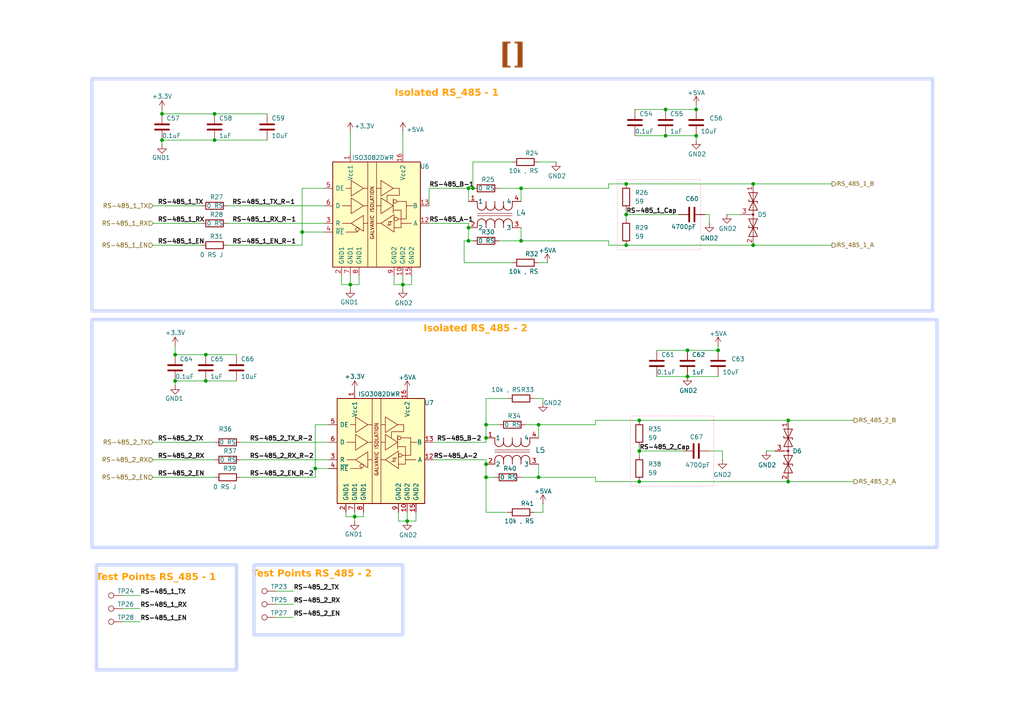
<source format=kicad_sch>
(kicad_sch (version 20231120) (generator "eeschema") (generator_version "8.0")
  (paper "A4")
  (lib_symbols
    (symbol "+3.3V_1" (power) (pin_numbers hide) (pin_names (offset 0) hide)
      (property "Value" "+3.3V" (at 0 3.556 0))
      (symbol "+3.3V_1_0_1"
        (polyline (pts (xy -0.762 1.27) (xy 0 2.54)))
        (polyline (pts (xy 0 0) (xy 0 2.54)))
        (polyline (pts (xy 0 2.54) (xy 0.762 1.27)))
      )
      (symbol "+3.3V_1_1_1"
        (pin power_in line (at 0 0 90) (length 0) (name "~") (number "1"))
      )
    )
    (symbol "+5VA_1" (power) (pin_numbers hide) (pin_names (offset 0) hide)
      (property "Value" "+5VA" (at 0 3.556 0))
      (symbol "+5VA_1_0_1"
        (polyline (pts (xy -0.762 1.27) (xy 0 2.54)))
        (polyline (pts (xy 0 0) (xy 0 2.54)))
        (polyline (pts (xy 0 2.54) (xy 0.762 1.27)))
      )
      (symbol "+5VA_1_1_1"
        (pin power_in line (at 0 0 90) (length 0) (name "~") (number "1"))
      )
    )
    (symbol "ACT45B-510-2P-TL003:ACT45B-510-2P-TL003" (pin_names (offset 0.254))
      (property "Reference" "L" (at 7.62 2.8575 0))
      (property "Value" "ACT45B-510-2P-TL003" (at 7.62 -12.7 0))
      (symbol "ACT45B-510-2P-TL003_0_1"
        (polyline (pts (xy 2.54 -7.62) (xy 2.54 -6.35)) (stroke (width 0.2032)))
        (polyline (pts (xy 2.54 -3.4925) (xy 12.7 -3.4925)) (stroke (width 0.127)))
        (polyline (pts (xy 2.54 0) (xy 2.54 -1.27)) (stroke (width 0.2032)))
        (polyline (pts (xy 5.08 -7.62) (xy 5.08 -6.35)) (stroke (width 0.2032)))
        (polyline (pts (xy 5.08 0) (xy 5.08 -1.27)) (stroke (width 0.2032)))
        (polyline (pts (xy 7.62 -7.62) (xy 7.62 -6.35)) (stroke (width 0.2032)))
        (polyline (pts (xy 7.62 0) (xy 7.62 -1.27)) (stroke (width 0.2032)))
        (polyline (pts (xy 10.16 -7.62) (xy 10.16 -6.35)) (stroke (width 0.2032)))
        (polyline (pts (xy 10.16 0) (xy 10.16 -1.27)) (stroke (width 0.2032)))
        (polyline (pts (xy 12.7 -7.62) (xy 12.7 -6.35)) (stroke (width 0.2032)))
        (polyline (pts (xy 12.7 -4.1275) (xy 2.54 -4.1275)) (stroke (width 0.127)))
        (polyline (pts (xy 12.7 0) (xy 12.7 -1.27)) (stroke (width 0.2032)))
        (arc (start 2.54 -1.27) (mid 3.81 -2.5345) (end 5.08 -1.27) (stroke (width 0.2032)))
        (arc (start 5.08 -6.35) (mid 3.81 -5.0855) (end 2.54 -6.35) (stroke (width 0.2032)))
        (arc (start 5.08 -1.27) (mid 6.35 -2.5345) (end 7.62 -1.27) (stroke (width 0.2032)))
        (arc (start 7.62 -6.35) (mid 6.35 -5.0855) (end 5.08 -6.35) (stroke (width 0.2032)))
        (arc (start 7.62 -1.27) (mid 8.89 -2.5345) (end 10.16 -1.27) (stroke (width 0.2032)))
        (arc (start 10.16 -6.35) (mid 8.89 -5.0855) (end 7.62 -6.35) (stroke (width 0.2032)))
        (arc (start 10.16 -1.27) (mid 11.43 -2.5345) (end 12.7 -1.27) (stroke (width 0.2032)))
        (arc (start 12.7 -6.35) (mid 11.43 -5.0855) (end 10.16 -6.35) (stroke (width 0.2032)))
      )
      (symbol "ACT45B-510-2P-TL003_1_1"
        (pin passive line (at 0 0 0) (length 2.54) (name "1") (number "1"))
        (pin passive line (at 0 -7.62 0) (length 2.54) (name "2") (number "2"))
        (pin passive line (at 15.24 -7.62 180) (length 2.54) (name "3") (number "3"))
        (pin passive line (at 15.24 0 180) (length 2.54) (name "4") (number "4"))
      )
    )
    (symbol "Device:C" (pin_numbers hide) (pin_names (offset 0.254))
      (property "Reference" "C" (at 0.635 2.54 0))
      (property "Value" "C" (at 0.635 -2.54 0))
      (symbol "C_0_1"
        (polyline (pts (xy -2.032 -0.762) (xy 2.032 -0.762)) (stroke (width 0.508)))
        (polyline (pts (xy -2.032 0.762) (xy 2.032 0.762)) (stroke (width 0.508)))
      )
      (symbol "C_1_1"
        (pin passive line (at 0 3.81 270) (length 2.794) (name "~") (number "1"))
        (pin passive line (at 0 -3.81 90) (length 2.794) (name "~") (number "2"))
      )
    )
    (symbol "Device:R" (pin_numbers hide) (pin_names (offset 0))
      (property "Reference" "R" (at 2.032 0 90))
      (property "Value" "R" (at 0 0 90))
      (symbol "R_0_1"
        (rectangle (start -1.016 -2.54) (end 1.016 2.54) (stroke (width 0.254)))
      )
      (symbol "R_1_1"
        (pin passive line (at 0 3.81 270) (length 1.27) (name "~") (number "1"))
        (pin passive line (at 0 -3.81 90) (length 1.27) (name "~") (number "2"))
      )
    )
    (symbol "Diode:SM712_SOT23" (pin_names (offset 1.016) hide)
      (property "Reference" "D" (at 0 4.445 0))
      (property "Value" "SM712_SOT23" (at 0 2.54 0))
      (symbol "SM712_SOT23_0_0"
        (polyline (pts (xy 0 -1.27) (xy 0 0)))
      )
      (symbol "SM712_SOT23_0_1"
        (polyline (pts (xy -6.35 0) (xy 6.35 0)))
        (polyline (pts (xy -3.302 1.27) (xy -3.81 1.27) (xy -3.81 -1.27) (xy -4.318 -1.27)) (stroke (width 0.2032)))
        (polyline (pts (xy 4.318 1.27) (xy 3.81 1.27) (xy 3.81 -1.27) (xy 3.302 -1.27)) (stroke (width 0.2032)))
        (polyline (pts (xy -6.35 -1.27) (xy -1.27 1.27) (xy -1.27 -1.27) (xy -6.35 1.27) (xy -6.35 -1.27)) (stroke (width 0.2032)))
        (polyline (pts (xy 1.27 -1.27) (xy 1.27 1.27) (xy 6.35 -1.27) (xy 6.35 1.27) (xy 1.27 -1.27)) (stroke (width 0.2032)))
        (circle (center 0 0) (radius 0.254) (fill (type outline)))
      )
      (symbol "SM712_SOT23_1_1"
        (pin passive line (at -8.89 0 0) (length 2.54) (name "A1") (number "1"))
        (pin passive line (at 8.89 0 180) (length 2.54) (name "A2") (number "2"))
        (pin input line (at 0 -3.81 90) (length 2.54) (name "common") (number "3"))
      )
    )
    (symbol "GND1_1" (power) (pin_numbers hide) (pin_names (offset 0) hide)
      (property "Value" "GND1" (at 0 -3.81 0))
      (symbol "GND1_1_0_1"
        (polyline (pts (xy 0 0) (xy 0 -1.27) (xy 1.27 -1.27) (xy 0 -2.54) (xy -1.27 -1.27) (xy 0 -1.27)))
      )
      (symbol "GND1_1_1_1"
        (pin power_in line (at 0 0 270) (length 0) (name "~") (number "1"))
      )
    )
    (symbol "GND2_1" (power) (pin_numbers hide) (pin_names (offset 0) hide)
      (property "Value" "GND2" (at 0 -3.81 0))
      (symbol "GND2_1_0_1"
        (polyline (pts (xy 0 0) (xy 0 -1.27) (xy 1.27 -1.27) (xy 0 -2.54) (xy -1.27 -1.27) (xy 0 -1.27)))
      )
      (symbol "GND2_1_1_1"
        (pin power_in line (at 0 0 270) (length 0) (name "~") (number "1"))
      )
    )
    (symbol "Interface_UART:ISO3082DW" (pin_names (offset 0.762))
      (property "Reference" "U" (at 0 19.05 0))
      (property "Value" "ISO3082DW" (at 0 16.51 0))
      (symbol "ISO3082DW_0_0"
        (rectangle (start -12.7 15.24) (end 12.7 -15.24) (stroke (width 0.254)) (fill (type background)))
        (polyline (pts (xy -8.636 2.54) (xy -9.906 2.54)))
        (polyline (pts (xy -7.62 7.62) (xy -8.89 7.62)))
        (polyline (pts (xy -7.366 7.62) (xy -7.62 7.62)))
        (polyline (pts (xy -2.54 15.24) (xy -2.54 -15.24)))
        (polyline (pts (xy 0 15.24) (xy 0 -15.24)))
        (polyline (pts (xy -7.366 4.826) (xy -7.366 0.254) (xy -3.81 2.54) (xy -7.366 4.826)))
        (polyline (pts (xy -7.366 9.906) (xy -7.366 5.334) (xy -3.81 7.62) (xy -7.366 9.906)))
        (polyline (pts (xy -3.81 -0.254) (xy -3.81 -4.826) (xy -7.366 -2.54) (xy -3.81 -0.254)))
        (polyline (pts (xy 1.27 9.906) (xy 1.27 5.334) (xy 4.826 7.62) (xy 1.27 9.906)))
        (text "GALVANIC ISOLATION" (at -1.27 0.508 900) (effects (font (size 1.016 1.016))))
      )
      (symbol "ISO3082DW_0_1"
        (circle (center -5.588 -4.318) (radius 0.508))
        (polyline (pts (xy -7.366 -2.54) (xy -9.906 -2.54)))
        (polyline (pts (xy -7.366 2.54) (xy -8.636 2.54)))
        (polyline (pts (xy -3.81 -2.54) (xy -2.54 -2.54)))
        (polyline (pts (xy -3.81 2.54) (xy -2.54 2.54)))
        (polyline (pts (xy -3.81 7.62) (xy -2.54 7.62)))
        (polyline (pts (xy 0 -2.54) (xy 1.27 -2.54)))
        (polyline (pts (xy 0 2.54) (xy 1.27 2.54)))
        (polyline (pts (xy 0 7.62) (xy 1.27 7.62)))
        (polyline (pts (xy 3.556 -2.286) (xy 3.556 -3.048)))
        (polyline (pts (xy 4.064 -3.048) (xy 3.048 -3.048)))
        (polyline (pts (xy 4.064 -2.286) (xy 4.064 -3.048)))
        (polyline (pts (xy 4.064 -2.286) (xy 4.064 -2.032)))
        (polyline (pts (xy 4.826 1.27) (xy 6.096 1.27)))
        (polyline (pts (xy 4.826 4.572) (xy 4.826 0.508)))
        (polyline (pts (xy 4.826 7.62) (xy 6.604 7.62)))
        (polyline (pts (xy 5.08 -3.81) (xy 6.096 -3.81)))
        (polyline (pts (xy 5.842 3.81) (xy 8.636 3.81)))
        (polyline (pts (xy 6.096 -1.27) (xy 8.636 -1.27)))
        (polyline (pts (xy 6.096 1.27) (xy 7.112 1.27)))
        (polyline (pts (xy 7.112 -3.81) (xy 6.096 -3.81)))
        (polyline (pts (xy 7.112 1.27) (xy 7.112 -3.81)))
        (polyline (pts (xy 8.636 -1.27) (xy 8.636 3.81)))
        (polyline (pts (xy 8.636 2.54) (xy 10.414 2.54)))
        (polyline (pts (xy -8.89 -5.08) (xy -5.588 -5.08) (xy -5.588 -4.826)))
        (polyline (pts (xy 3.556 -2.286) (xy 3.556 -2.032) (xy 4.572 -2.032)))
        (polyline (pts (xy 10.16 -2.54) (xy 8.89 -2.54) (xy 7.112 -2.54)))
        (polyline (pts (xy 1.27 -2.54) (xy 5.08 0) (xy 5.08 -5.08) (xy 1.27 -2.54)))
        (polyline (pts (xy 6.604 7.62) (xy 6.604 5.588) (xy 3.048 5.588) (xy 3.048 3.81)))
        (circle (center 5.334 3.81) (radius 0.508))
        (circle (center 5.588 -1.27) (radius 0.508))
      )
      (symbol "ISO3082DW_1_0"
        (polyline (pts (xy 1.27 4.826) (xy 1.27 0.254) (xy 4.826 2.54) (xy 1.27 4.826)))
      )
      (symbol "ISO3082DW_1_1"
        (pin power_in line (at -7.62 17.78 270) (length 2.54) (name "Vcc1") (number "1"))
        (pin power_in line (at 7.62 -17.78 90) (length 2.54) (name "GND2") (number "10"))
        (pin no_connect line (at 12.7 10.16 180) (length 2.54) hide (name "NC") (number "11"))
        (pin bidirectional line (at 15.24 -2.54 180) (length 2.54) (name "A") (number "12"))
        (pin bidirectional line (at 15.24 2.54 180) (length 2.54) (name "B") (number "13"))
        (pin no_connect line (at 12.7 7.62 180) (length 2.54) hide (name "NC") (number "14"))
        (pin power_in line (at 10.16 -17.78 90) (length 2.54) (name "GND2") (number "15"))
        (pin power_in line (at 7.62 17.78 270) (length 2.54) (name "Vcc2") (number "16"))
        (pin power_in line (at -10.16 -17.78 90) (length 2.54) (name "GND1") (number "2"))
        (pin output line (at -15.24 -2.54 0) (length 2.54) (name "R") (number "3"))
        (pin input line (at -15.24 -5.08 0) (length 2.54) (name "~{RE}") (number "4"))
        (pin input line (at -15.24 7.62 0) (length 2.54) (name "DE") (number "5"))
        (pin input line (at -15.24 2.54 0) (length 2.54) (name "D") (number "6"))
        (pin power_in line (at -7.62 -17.78 90) (length 2.54) (name "GND1") (number "7"))
        (pin power_in line (at -5.08 -17.78 90) (length 2.54) (name "GND1") (number "8"))
        (pin power_in line (at 5.08 -17.78 90) (length 2.54) (name "GND2") (number "9"))
      )
    )
    (symbol "Test_point:Test_point"
      (property "Reference" "TP?" (at 1.016 5.842 0))
      (symbol "Test_point_0_1"
        (polyline (pts (xy 0 2.54) (xy 0 0)))
        (circle (center 0 3.302) (radius 0.762))
      )
      (symbol "Test_point_1_1"
        (pin passive line (at 0 0 90) (length 2.54) hide (name "TP") (number "1"))
      )
    )
  )
  (junction (at 199.39 101.6))
  (junction (at 140.97 138.43))
  (junction (at 118.11 151.13))
  (junction (at 228.6 121.92))
  (junction (at 151.13 54.61))
  (junction (at 135.89 54.61))
  (junction (at 140.97 123.19))
  (junction (at 135.89 69.85))
  (junction (at 193.04 39.37))
  (junction (at 156.21 138.43))
  (junction (at 46.99 40.64))
  (junction (at 185.42 121.92))
  (junction (at 62.23 33.02))
  (junction (at 156.21 123.19))
  (junction (at 185.42 139.7))
  (junction (at 193.04 31.75))
  (junction (at 181.61 71.12))
  (junction (at 201.93 31.75))
  (junction (at 228.6 139.7))
  (junction (at 91.44 135.89))
  (junction (at 116.84 82.55))
  (junction (at 137.16 54.61))
  (junction (at 102.87 149.86))
  (junction (at 46.99 33.02))
  (junction (at 151.13 69.85))
  (junction (at 181.61 62.23))
  (junction (at 218.44 53.34))
  (junction (at 50.8 102.87))
  (junction (at 59.69 102.87))
  (junction (at 199.39 109.22))
  (junction (at 208.28 101.6))
  (junction (at 62.23 40.64))
  (junction (at 181.61 53.34))
  (junction (at 87.63 67.31))
  (junction (at 135.89 66.04))
  (junction (at 140.97 134.62))
  (junction (at 201.93 39.37))
  (junction (at 50.8 110.49))
  (junction (at 59.69 110.49))
  (junction (at 140.97 127))
  (junction (at 218.44 71.12))
  (junction (at 101.6 82.55))
  (junction (at 185.42 130.81))
  (wire (pts (xy 143.51 138.43) (xy 140.97 138.43)))
  (wire (pts (xy 91.44 138.43) (xy 91.44 135.89)))
  (wire (pts (xy 44.45 59.69) (xy 58.42 59.69)))
  (wire (pts (xy 101.6 80.01) (xy 101.6 82.55)))
  (wire (pts (xy 69.85 128.27) (xy 95.25 128.27)))
  (wire (pts (xy 147.32 115.57) (xy 140.97 115.57)))
  (wire (pts (xy 154.94 148.59) (xy 157.48 148.59)))
  (wire (pts (xy 50.8 100.33) (xy 50.8 102.87)))
  (wire (pts (xy 118.11 148.59) (xy 118.11 151.13)))
  (wire (pts (xy 85.09 171.45) (xy 80.01 171.45)))
  (wire (pts (xy 91.44 135.89) (xy 95.25 135.89)))
  (wire (pts (xy 134.62 76.2) (xy 134.62 69.85)))
  (wire (pts (xy 91.44 123.19) (xy 95.25 123.19)))
  (wire (pts (xy 184.15 39.37) (xy 193.04 39.37)))
  (wire (pts (xy 156.21 123.19) (xy 156.21 127)))
  (wire (pts (xy 156.21 138.43) (xy 172.72 138.43)))
  (wire (pts (xy 148.59 76.2) (xy 134.62 76.2)))
  (wire (pts (xy 228.6 121.92) (xy 247.65 121.92)))
  (wire (pts (xy 181.61 60.96) (xy 181.61 62.23)))
  (wire (pts (xy 184.15 31.75) (xy 193.04 31.75)))
  (wire (pts (xy 124.46 54.61) (xy 124.46 59.69)))
  (wire (pts (xy 44.45 71.12) (xy 58.42 71.12)))
  (wire (pts (xy 201.93 30.48) (xy 201.93 31.75)))
  (wire (pts (xy 140.97 123.19) (xy 140.97 127)))
  (wire (pts (xy 66.04 71.12) (xy 87.63 71.12)))
  (wire (pts (xy 152.4 123.19) (xy 156.21 123.19)))
  (wire (pts (xy 199.39 101.6) (xy 208.28 101.6)))
  (wire (pts (xy 100.33 149.86) (xy 100.33 148.59)))
  (wire (pts (xy 218.44 71.12) (xy 241.3 71.12)))
  (wire (pts (xy 156.21 123.19) (xy 172.72 123.19)))
  (wire (pts (xy 176.53 53.34) (xy 181.61 53.34)))
  (wire (pts (xy 151.13 54.61) (xy 151.13 58.42)))
  (wire (pts (xy 151.13 69.85) (xy 176.53 69.85)))
  (wire (pts (xy 140.97 133.35) (xy 140.97 134.62)))
  (wire (pts (xy 144.78 123.19) (xy 140.97 123.19)))
  (wire (pts (xy 35.56 172.72) (xy 40.64 172.72)))
  (wire (pts (xy 156.21 76.2) (xy 158.75 76.2)))
  (wire (pts (xy 85.09 175.26) (xy 80.01 175.26)))
  (wire (pts (xy 135.89 69.85) (xy 134.62 69.85)))
  (wire (pts (xy 193.04 31.75) (xy 201.93 31.75)))
  (wire (pts (xy 46.99 40.64) (xy 62.23 40.64)))
  (wire (pts (xy 44.45 133.35) (xy 62.23 133.35)))
  (wire (pts (xy 147.32 148.59) (xy 140.97 148.59)))
  (wire (pts (xy 204.47 62.23) (xy 205.74 62.23)))
  (wire (pts (xy 148.59 46.99) (xy 137.16 46.99)))
  (wire (pts (xy 116.84 83.82) (xy 116.84 82.55)))
  (wire (pts (xy 205.74 62.23) (xy 205.74 64.77)))
  (wire (pts (xy 185.42 129.54) (xy 185.42 130.81)))
  (wire (pts (xy 50.8 111.76) (xy 50.8 110.49)))
  (wire (pts (xy 87.63 54.61) (xy 87.63 67.31)))
  (wire (pts (xy 151.13 54.61) (xy 176.53 54.61)))
  (wire (pts (xy 172.72 139.7) (xy 185.42 139.7)))
  (wire (pts (xy 115.57 148.59) (xy 115.57 151.13)))
  (wire (pts (xy 44.45 64.77) (xy 58.42 64.77)))
  (wire (pts (xy 35.56 180.34) (xy 40.64 180.34)))
  (wire (pts (xy 181.61 53.34) (xy 218.44 53.34)))
  (wire (pts (xy 190.5 109.22) (xy 199.39 109.22)))
  (wire (pts (xy 46.99 31.75) (xy 46.99 33.02)))
  (wire (pts (xy 151.13 138.43) (xy 156.21 138.43)))
  (wire (pts (xy 185.42 121.92) (xy 228.6 121.92)))
  (wire (pts (xy 69.85 138.43) (xy 91.44 138.43)))
  (wire (pts (xy 205.74 130.81) (xy 209.55 130.81)))
  (wire (pts (xy 137.16 54.61) (xy 135.89 54.61)))
  (wire (pts (xy 228.6 139.7) (xy 247.65 139.7)))
  (wire (pts (xy 116.84 38.1) (xy 116.84 44.45)))
  (wire (pts (xy 144.78 69.85) (xy 151.13 69.85)))
  (wire (pts (xy 176.53 69.85) (xy 176.53 71.12)))
  (wire (pts (xy 181.61 71.12) (xy 218.44 71.12)))
  (wire (pts (xy 157.48 115.57) (xy 157.48 116.84)))
  (wire (pts (xy 119.38 82.55) (xy 119.38 80.01)))
  (wire (pts (xy 69.85 133.35) (xy 95.25 133.35)))
  (wire (pts (xy 85.09 179.07) (xy 80.01 179.07)))
  (wire (pts (xy 137.16 69.85) (xy 135.89 69.85)))
  (wire (pts (xy 185.42 130.81) (xy 185.42 132.08)))
  (wire (pts (xy 35.56 176.53) (xy 40.64 176.53)))
  (wire (pts (xy 59.69 102.87) (xy 68.58 102.87)))
  (wire (pts (xy 118.11 151.13) (xy 120.65 151.13)))
  (wire (pts (xy 102.87 149.86) (xy 102.87 148.59)))
  (wire (pts (xy 50.8 102.87) (xy 59.69 102.87)))
  (wire (pts (xy 87.63 67.31) (xy 93.98 67.31)))
  (wire (pts (xy 87.63 71.12) (xy 87.63 67.31)))
  (wire (pts (xy 135.89 64.77) (xy 124.46 64.77)))
  (wire (pts (xy 116.84 80.01) (xy 116.84 82.55)))
  (wire (pts (xy 181.61 62.23) (xy 196.85 62.23)))
  (wire (pts (xy 172.72 121.92) (xy 185.42 121.92)))
  (wire (pts (xy 201.93 40.64) (xy 201.93 39.37)))
  (wire (pts (xy 176.53 71.12) (xy 181.61 71.12)))
  (wire (pts (xy 104.14 82.55) (xy 104.14 80.01)))
  (wire (pts (xy 44.45 138.43) (xy 62.23 138.43)))
  (wire (pts (xy 156.21 134.62) (xy 156.21 138.43)))
  (wire (pts (xy 157.48 148.59) (xy 157.48 146.05)))
  (wire (pts (xy 46.99 33.02) (xy 62.23 33.02)))
  (wire (pts (xy 101.6 38.1) (xy 101.6 44.45)))
  (wire (pts (xy 199.39 109.22) (xy 208.28 109.22)))
  (wire (pts (xy 87.63 54.61) (xy 93.98 54.61)))
  (wire (pts (xy 218.44 53.34) (xy 241.3 53.34)))
  (wire (pts (xy 209.55 130.81) (xy 209.55 133.35)))
  (wire (pts (xy 99.06 82.55) (xy 101.6 82.55)))
  (wire (pts (xy 193.04 39.37) (xy 201.93 39.37)))
  (wire (pts (xy 154.94 115.57) (xy 157.48 115.57)))
  (wire (pts (xy 135.89 54.61) (xy 135.89 58.42)))
  (wire (pts (xy 125.73 133.35) (xy 140.97 133.35)))
  (wire (pts (xy 224.79 130.81) (xy 222.25 130.81)))
  (wire (pts (xy 140.97 115.57) (xy 140.97 123.19)))
  (wire (pts (xy 135.89 66.04) (xy 135.89 69.85)))
  (wire (pts (xy 210.82 62.23) (xy 214.63 62.23)))
  (wire (pts (xy 101.6 82.55) (xy 104.14 82.55)))
  (wire (pts (xy 46.99 41.91) (xy 46.99 40.64)))
  (wire (pts (xy 124.46 54.61) (xy 135.89 54.61)))
  (wire (pts (xy 105.41 149.86) (xy 105.41 148.59)))
  (wire (pts (xy 50.8 110.49) (xy 59.69 110.49)))
  (wire (pts (xy 62.23 40.64) (xy 77.47 40.64)))
  (wire (pts (xy 91.44 123.19) (xy 91.44 135.89)))
  (wire (pts (xy 208.28 100.33) (xy 208.28 101.6)))
  (wire (pts (xy 59.69 110.49) (xy 68.58 110.49)))
  (wire (pts (xy 100.33 149.86) (xy 102.87 149.86)))
  (wire (pts (xy 156.21 46.99) (xy 161.29 46.99)))
  (wire (pts (xy 135.89 64.77) (xy 135.89 66.04)))
  (wire (pts (xy 172.72 138.43) (xy 172.72 139.7)))
  (wire (pts (xy 185.42 139.7) (xy 228.6 139.7)))
  (wire (pts (xy 181.61 62.23) (xy 181.61 63.5)))
  (wire (pts (xy 114.3 82.55) (xy 116.84 82.55)))
  (wire (pts (xy 66.04 59.69) (xy 93.98 59.69)))
  (wire (pts (xy 62.23 33.02) (xy 77.47 33.02)))
  (wire (pts (xy 137.16 46.99) (xy 137.16 54.61)))
  (wire (pts (xy 125.73 128.27) (xy 140.97 128.27)))
  (wire (pts (xy 101.6 82.55) (xy 101.6 83.82)))
  (wire (pts (xy 44.45 128.27) (xy 62.23 128.27)))
  (wire (pts (xy 115.57 151.13) (xy 118.11 151.13)))
  (wire (pts (xy 116.84 82.55) (xy 119.38 82.55)))
  (wire (pts (xy 151.13 66.04) (xy 151.13 69.85)))
  (wire (pts (xy 120.65 151.13) (xy 120.65 148.59)))
  (wire (pts (xy 190.5 101.6) (xy 199.39 101.6)))
  (wire (pts (xy 66.04 64.77) (xy 93.98 64.77)))
  (wire (pts (xy 140.97 134.62) (xy 140.97 138.43)))
  (wire (pts (xy 99.06 80.01) (xy 99.06 82.55)))
  (wire (pts (xy 114.3 80.01) (xy 114.3 82.55)))
  (wire (pts (xy 185.42 130.81) (xy 198.12 130.81)))
  (wire (pts (xy 102.87 149.86) (xy 105.41 149.86)))
  (wire (pts (xy 172.72 123.19) (xy 172.72 121.92)))
  (wire (pts (xy 140.97 127) (xy 140.97 128.27)))
  (wire (pts (xy 144.78 54.61) (xy 151.13 54.61)))
  (wire (pts (xy 176.53 54.61) (xy 176.53 53.34)))
  (wire (pts (xy 140.97 148.59) (xy 140.97 138.43)))
  (wire (pts (xy 102.87 151.13) (xy 102.87 149.86)))
  (rectangle (start 26.67 92.71) (end 271.78 158.75) (stroke (width 1) (color 207 216 255 1)))
  (rectangle (start 182.88 120.65) (end 207.01 140.97) (stroke (width 0) (type dot) (color 255 0 28 1)))
  (rectangle (start 26.67 22.86) (end 270.51 90.17) (stroke (width 1) (color 207 216 255 1)))
  (rectangle (start 73.66 163.83) (end 116.84 184.15) (stroke (width 1) (color 207 216 255 1)))
  (rectangle (start 179.07 52.07) (end 203.2 72.39) (stroke (width 0) (type dot) (color 255 0 28 1)))
  (rectangle (start 27.94 163.83) (end 68.58 194.31) (stroke (width 1) (color 207 216 255 1)))
  (text "[${#}] ${SHEETNAME}" (at 150.114 17.78 0) (effects (font (size 6 6) (thickness 0.254) (bold yes))))
  (text "Test Points RS_485 - 2" (at 90.424 167.132 0) (effects (font (size 2 2) (thickness 0.4) (bold yes))))
  (text "Test Points RS_485 - 1 " (at 45.72 168.148 0) (effects (font (size 2 2) (thickness 0.4) (bold yes))))
  (text "Isolated RS_485 - 2" (at 137.922 96.012 0) (effects (font (size 2 2) (thickness 0.4) (bold yes))))
  (text "Isolated RS_485 - 1 " (at 130.048 27.686 0) (effects (font (size 2 2) (thickness 0.4) (bold yes))))
  (label "RS-485_2_EN_R-2" (at 72.39 138.43 0) (effects (font (bold yes))))
  (label "RS-485_2_RX" (at 45.72 133.35 0) (effects (font (bold yes))))
  (label "RS-485_2_TX" (at 85.09 171.45 0) (effects (font (bold yes))))
  (label "RS-485_B-2" (at 139.7 128.27 180) (effects (font (bold yes))))
  (label "RS-485_1_RX" (at 40.64 176.53 0) (effects (font (bold yes))))
  (label "RS-485_1_RX" (at 45.72 64.77 0) (effects (font (bold yes))))
  (label "RS-485_2_RX" (at 85.09 175.26 0) (effects (font (bold yes))))
  (label "RS-485_A-2" (at 125.73 133.35 0) (effects (font (bold yes))))
  (label "RS-485_1_Cap" (at 181.61 62.23 0) (effects (font (bold yes))))
  (label "RS-485_1_EN_R-1" (at 67.31 71.12 0) (effects (font (bold yes))))
  (label "RS-485_2_TX_R-2" (at 72.39 128.27 0) (effects (font (bold yes))))
  (label "RS-485_2_Cap" (at 185.42 130.81 0) (effects (font (bold yes))))
  (label "RS-485_B-1" (at 124.46 54.61 0) (effects (font (bold yes))))
  (label "RS-485_2_EN" (at 45.72 138.43 0) (effects (font (bold yes))))
  (label "RS-485_2_RX_R-2" (at 72.39 133.35 0) (effects (font (bold yes))))
  (label "RS-485_1_EN" (at 40.64 180.34 0) (effects (font (bold yes))))
  (label "RS-485_1_TX" (at 40.64 172.72 0) (effects (font (bold yes))))
  (label "RS-485_1_TX" (at 45.72 59.69 0) (effects (font (bold yes))))
  (label "RS-485_1_EN" (at 45.72 71.12 0) (effects (font (bold yes))))
  (label "RS-485_2_EN" (at 85.09 179.07 0) (effects (font (bold yes))))
  (label "RS-485_A-1" (at 124.46 64.77 0) (effects (font (bold yes))))
  (label "RS-485_1_TX_R-1" (at 67.31 59.69 0) (effects (font (bold yes))))
  (label "RS-485_1_RX_R-1" (at 67.31 64.77 0) (effects (font (bold yes))))
  (label "RS-485_2_TX" (at 45.72 128.27 0) (effects (font (bold yes))))
  (hierarchical_label "RS_485_1_A" (shape output) (at 241.3 71.12 0))
  (hierarchical_label "RS_485_1_B" (shape output) (at 241.3 53.34 0))
  (hierarchical_label "RS-485_2_RX" (shape input) (at 44.45 133.35 180))
  (hierarchical_label "RS-485_1_TX" (shape input) (at 44.45 59.69 180))
  (hierarchical_label "RS_485_2_A" (shape output) (at 247.65 139.7 0))
  (hierarchical_label "RS_485_2_B" (shape output) (at 247.65 121.92 0))
  (hierarchical_label "RS-485_1_RX" (shape input) (at 44.45 64.77 180))
  (hierarchical_label "RS-485_2_TX" (shape input) (at 44.45 128.27 180))
  (hierarchical_label "RS-485_1_EN" (shape input) (at 44.45 71.12 180))
  (hierarchical_label "RS-485_2_EN" (shape input) (at 44.45 138.43 180))
  (symbol (lib_id "Device:R") (at 148.59 123.19 90) (unit 1)
    (property "Reference" "R34" (at 151.13 120.65 90) (effects (justify left)))
    (property "Value" "0 RS" (at 151.13 123.19 90) (effects (justify left)))
    (property "Footprint" "Resistor_SMD:R_0402_1005Metric_Pad0.72x0.64mm_HandSolder" (effects (hide yes)))
  )
  (symbol (lib_name "GND2_1") (lib_id "power:GND2") (at 209.55 133.35 0) (unit 1)
    (property "Reference" "#PWR0121" (effects (hide yes)))
    (property "Value" "GND2" (at 209.55 137.668 0))
    (property "Description" "Power symbol creates a global label with name \"GND2\" , ground" (effects (hide yes)))
  )
  (symbol (lib_name "GND2_1") (lib_id "power:GND2") (at 161.29 46.99 0) (unit 1)
    (property "Reference" "#PWR0107" (effects (hide yes)))
    (property "Value" "GND2" (at 161.544 51.054 0))
    (property "Description" "Power symbol creates a global label with name \"GND2\" , ground" (effects (hide yes)))
  )
  (symbol (lib_name "GND2_1") (lib_id "power:GND2") (at 199.39 109.22 0) (unit 1)
    (property "Reference" "#PWR0115" (effects (hide yes)))
    (property "Value" "GND2" (at 199.644 113.284 0))
    (property "Description" "Power symbol creates a global label with name \"GND2\" , ground" (effects (hide yes)))
  )
  (symbol (lib_name "GND2_1") (lib_id "power:GND2") (at 222.25 130.81 0) (unit 1)
    (property "Reference" "#PWR0120" (effects (hide yes)))
    (property "Value" "GND2" (at 222.504 134.874 0))
    (property "Description" "Power symbol creates a global label with name \"GND2\" , ground" (effects (hide yes)))
  )
  (symbol (lib_name "+3.3V_1") (lib_id "power:+3.3V") (at 102.87 113.03 0) (unit 1)
    (property "Reference" "#PWR0117" (effects (hide yes)))
    (property "Value" "+3.3V" (at 102.87 109.22 0))
    (property "Description" "Power symbol creates a global label with name \"+3.3V\"" (effects (hide yes)))
  )
  (symbol (lib_id "Device:R") (at 66.04 128.27 90) (unit 1)
    (property "Reference" "R36" (at 67.31 124.46 90) (effects (justify left)))
    (property "Value" "0 RS" (at 66.04 128.27 90))
    (property "Footprint" "Resistor_SMD:R_0402_1005Metric_Pad0.72x0.64mm_HandSolder" (effects (hide yes)))
  )
  (symbol (lib_id "Device:R") (at 62.23 59.69 90) (unit 1)
    (property "Reference" "R27" (at 64.77 57.15 90) (effects (justify left)))
    (property "Value" "0 RS" (at 64.77 59.69 90) (effects (justify left)))
    (property "Footprint" "Resistor_SMD:R_0402_1005Metric_Pad0.72x0.64mm_HandSolder" (effects (hide yes)))
  )
  (symbol (lib_id "Diode:SM712_SOT23") (at 218.44 62.23 270) (unit 1)
    (property "Reference" "D5" (at 219.71 62.23 90) (effects (justify left)))
    (property "Value" "SM712_SOT23" (effects (hide yes)))
    (property "Footprint" "Package_TO_SOT_SMD:SOT-23" (effects (hide yes)))
    (property "Datasheet" "https://www.littelfuse.com/~/media/electronics/datasheets/tvs_diode_arrays/littelfuse_tvs_diode_array_sm712_datasheet.pdf.pdf" (effects (hide yes)))
  )
  (symbol (lib_id "Device:R") (at 140.97 54.61 90) (unit 1)
    (property "Reference" "R25" (at 143.51 52.07 90) (effects (justify left)))
    (property "Value" "0 RS" (at 143.51 54.61 90) (effects (justify left)))
    (property "Footprint" "Resistor_SMD:R_0402_1005Metric_Pad0.72x0.64mm_HandSolder" (effects (hide yes)))
  )
  (symbol (lib_id "Device:C") (at 199.39 105.41 0) (unit 1)
    (property "Reference" "C62" (at 200.66 102.87 0) (effects (justify left)))
    (property "Value" "1uF" (at 200.66 107.95 0) (effects (justify left)))
    (property "Footprint" "Capacitor_SMD:C_0603_1608Metric_Pad1.08x0.95mm_HandSolder" (effects (hide yes)))
  )
  (symbol (lib_name "GND2_1") (lib_id "power:GND2") (at 201.93 40.64 0) (unit 1)
    (property "Reference" "#PWR0105" (effects (hide yes)))
    (property "Value" "GND2" (at 202.184 44.704 0))
    (property "Description" "Power symbol creates a global label with name \"GND2\" , ground" (effects (hide yes)))
  )
  (symbol (lib_id "Test_point:Test_point") (at 80.01 179.07 90) (unit 1)
    (property "Reference" "TP27" (at 78.486 177.8 90) (effects (justify right)))
    (property "Value" "Test_point" (effects (hide yes)))
    (property "Footprint" "Test_point:Test_point" (effects (hide yes)))
    (property "Description" "Test_point_D 0.75" (effects (hide yes)))
  )
  (symbol (lib_id "Device:R") (at 185.42 135.89 0) (unit 1)
    (property "Reference" "R38" (at 187.96 134.6199 0) (effects (justify left)))
    (property "Value" "59" (at 187.96 137.1599 0) (effects (justify left)))
    (property "Footprint" "Resistor_SMD:R_0402_1005Metric_Pad0.72x0.64mm_HandSolder" (effects (hide yes)))
    (property "Description" "Resistor" (effects (hide yes)))
  )
  (symbol (lib_id "Device:R") (at 147.32 138.43 90) (unit 1)
    (property "Reference" "R40" (at 149.86 135.89 90) (effects (justify left)))
    (property "Value" "0 RS" (at 149.86 138.43 90) (effects (justify left)))
    (property "Footprint" "Resistor_SMD:R_0402_1005Metric_Pad0.72x0.64mm_HandSolder" (effects (hide yes)))
  )
  (symbol (lib_id "Device:R") (at 185.42 125.73 0) (unit 1)
    (property "Reference" "R35" (at 187.96 124.4599 0) (effects (justify left)))
    (property "Value" "59" (at 187.96 126.9999 0) (effects (justify left)))
    (property "Footprint" "Resistor_SMD:R_0402_1005Metric_Pad0.72x0.64mm_HandSolder" (effects (hide yes)))
    (property "Description" "Resistor" (effects (hide yes)))
  )
  (symbol (lib_name "+3.3V_1") (lib_id "power:+3.3V") (at 101.6 38.1 0) (unit 1)
    (property "Reference" "#PWR0103" (effects (hide yes)))
    (property "Value" "+3.3V" (at 105.664 36.576 0))
    (property "Description" "Power symbol creates a global label with name \"+3.3V\"" (effects (hide yes)))
  )
  (symbol (lib_id "Device:R") (at 181.61 57.15 0) (unit 1)
    (property "Reference" "R26" (at 184.15 55.8799 0) (effects (justify left)))
    (property "Value" "59" (at 184.15 58.4199 0) (effects (justify left)))
    (property "Footprint" "Resistor_SMD:R_0402_1005Metric_Pad0.72x0.64mm_HandSolder" (effects (hide yes)))
    (property "Description" "Resistor" (effects (hide yes)))
  )
  (symbol (lib_id "Diode:SM712_SOT23") (at 228.6 130.81 270) (unit 1)
    (property "Reference" "D6" (at 229.87 130.81 90) (effects (justify left)))
    (property "Value" "SM712_SOT23" (effects (hide yes)))
    (property "Footprint" "Package_TO_SOT_SMD:SOT-23" (effects (hide yes)))
    (property "Datasheet" "https://www.littelfuse.com/~/media/electronics/datasheets/tvs_diode_arrays/littelfuse_tvs_diode_array_sm712_datasheet.pdf.pdf" (effects (hide yes)))
  )
  (symbol (lib_id "Device:C") (at 62.23 36.83 0) (unit 1)
    (property "Reference" "C58" (at 63.5 34.29 0) (effects (justify left)))
    (property "Value" "1uF" (at 63.5 39.37 0) (effects (justify left)))
    (property "Footprint" "Capacitor_SMD:C_0603_1608Metric_Pad1.08x0.95mm_HandSolder" (effects (hide yes)))
  )
  (symbol (lib_name "+5VA_1") (lib_id "power:+5VA") (at 201.93 30.48 0) (unit 1)
    (property "Reference" "#PWR0101" (effects (hide yes)))
    (property "Value" "+5VA" (at 201.93 26.924 0))
    (property "Description" "Power symbol creates a global label with name \"+5VA\"" (effects (hide yes)))
  )
  (symbol (lib_id "Device:C") (at 68.58 106.68 180) (unit 1)
    (property "Reference" "C66" (at 69.85 104.14 0) (effects (justify right)))
    (property "Value" "10uF" (at 69.85 109.22 0) (effects (justify right)))
    (property "Footprint" "Capacitor_SMD:C_0805_2012Metric_Pad1.18x1.45mm_HandSolder" (effects (hide yes)))
  )
  (symbol (lib_id "Device:C") (at 50.8 106.68 0) (unit 1)
    (property "Reference" "C64" (at 52.07 104.14 0) (effects (justify left)))
    (property "Value" "0.1uF" (at 50.8 109.22 0) (effects (justify left)))
    (property "Footprint" "Capacitor_SMD:C_0603_1608Metric_Pad1.08x0.95mm_HandSolder" (effects (hide yes)))
  )
  (symbol (lib_id "Device:C") (at 200.66 62.23 90) (unit 1)
    (property "Reference" "C60" (at 202.692 57.658 90) (effects (justify left)))
    (property "Value" "4700pF" (at 201.93 65.786 90) (effects (justify left)))
    (property "Footprint" "Capacitor_SMD:C_0805_2012Metric_Pad1.18x1.45mm_HandSolder" (effects (hide yes)))
  )
  (symbol (lib_name "+5VA_1") (lib_id "power:+5VA") (at 157.48 146.05 0) (unit 1)
    (property "Reference" "#PWR0122" (effects (hide yes)))
    (property "Value" "+5VA" (at 157.48 142.494 0))
    (property "Description" "Power symbol creates a global label with name \"+5VA\"" (effects (hide yes)))
  )
  (symbol (lib_id "Device:R") (at 62.23 64.77 90) (unit 1)
    (property "Reference" "R28" (at 64.77 62.23 90) (effects (justify left)))
    (property "Value" "0 RS" (at 64.77 64.77 90) (effects (justify left)))
    (property "Footprint" "Resistor_SMD:R_0402_1005Metric_Pad0.72x0.64mm_HandSolder" (effects (hide yes)))
  )
  (symbol (lib_name "GND2_1") (lib_id "power:GND2") (at 157.48 116.84 0) (unit 1)
    (property "Reference" "#PWR0119" (effects (hide yes)))
    (property "Value" "GND2" (at 160.274 116.84 0))
    (property "Description" "Power symbol creates a global label with name \"GND2\" , ground" (effects (hide yes)))
  )
  (symbol (lib_id "Test_point:Test_point") (at 35.56 180.34 90) (unit 1)
    (property "Reference" "TP28" (at 34.036 179.07 90) (effects (justify right)))
    (property "Value" "Test_point" (effects (hide yes)))
    (property "Footprint" "Test_point:Test_point" (effects (hide yes)))
    (property "Description" "Test_point_D 0.75" (effects (hide yes)))
  )
  (symbol (lib_id "Device:C") (at 208.28 105.41 180) (unit 1)
    (property "Reference" "C63" (at 212.09 104.14 0) (effects (justify right)))
    (property "Value" "10uF" (at 209.55 107.95 0) (effects (justify right)))
    (property "Footprint" "Capacitor_SMD:C_0805_2012Metric_Pad1.18x1.45mm_HandSolder" (effects (hide yes)))
  )
  (symbol (lib_id "Device:R") (at 152.4 46.99 90) (unit 1)
    (property "Reference" "R24" (at 156.21 44.45 90) (effects (justify left)))
    (property "Value" "10k , RS" (at 156.21 49.53 90) (effects (justify left)))
    (property "Footprint" "Resistor_SMD:R_0603_1608Metric_Pad0.98x0.95mm_HandSolder" (effects (hide yes)))
  )
  (symbol (lib_id "Test_point:Test_point") (at 80.01 175.26 90) (unit 1)
    (property "Reference" "TP25" (at 78.486 173.99 90) (effects (justify right)))
    (property "Value" "Test_point" (effects (hide yes)))
    (property "Footprint" "Test_point:Test_point" (effects (hide yes)))
    (property "Description" "Test_point_D 0.75" (effects (hide yes)))
  )
  (symbol (lib_id "Device:R") (at 62.23 71.12 90) (unit 1)
    (property "Reference" "R31" (at 64.77 68.58 90) (effects (justify left)))
    (property "Value" "0 RS J" (at 64.77 73.914 90) (effects (justify left)))
    (property "Footprint" "Resistor_SMD:R_0805_2012Metric_Pad1.20x1.40mm_HandSolder" (effects (hide yes)))
  )
  (symbol (lib_id "Test_point:Test_point") (at 80.01 171.45 90) (unit 1)
    (property "Reference" "TP23" (at 78.486 170.18 90) (effects (justify right)))
    (property "Value" "Test_point" (effects (hide yes)))
    (property "Footprint" "Test_point:Test_point" (effects (hide yes)))
    (property "Description" "Test_point_D 0.75" (effects (hide yes)))
  )
  (symbol (lib_id "Device:R") (at 151.13 148.59 90) (unit 1)
    (property "Reference" "R41" (at 154.94 146.05 90) (effects (justify left)))
    (property "Value" "10k , RS" (at 154.94 151.13 90) (effects (justify left)))
    (property "Footprint" "Resistor_SMD:R_0603_1608Metric_Pad0.98x0.95mm_HandSolder" (effects (hide yes)))
  )
  (symbol (lib_name "GND2_1") (lib_id "power:GND2") (at 118.11 151.13 0) (unit 1)
    (property "Reference" "#PWR0124" (effects (hide yes)))
    (property "Value" "GND2" (at 118.364 155.194 0))
    (property "Description" "Power symbol creates a global label with name \"GND2\" , ground" (effects (hide yes)))
  )
  (symbol (lib_id "Device:C") (at 184.15 35.56 0) (unit 1)
    (property "Reference" "C54" (at 185.42 33.02 0) (effects (justify left)))
    (property "Value" "0.1uF" (at 184.15 38.1 0) (effects (justify left)))
    (property "Footprint" "Capacitor_SMD:C_0603_1608Metric_Pad1.08x0.95mm_HandSolder" (effects (hide yes)))
  )
  (symbol (lib_id "Device:C") (at 77.47 36.83 180) (unit 1)
    (property "Reference" "C59" (at 78.74 34.29 0) (effects (justify right)))
    (property "Value" "10uF" (at 78.74 39.37 0) (effects (justify right)))
    (property "Footprint" "Capacitor_SMD:C_0805_2012Metric_Pad1.18x1.45mm_HandSolder" (effects (hide yes)))
  )
  (symbol (lib_id "Device:R") (at 151.13 115.57 90) (unit 1)
    (property "Reference" "R33" (at 154.94 113.03 90) (effects (justify left)))
    (property "Value" "10k , RS" (at 151.13 113.03 90) (effects (justify left)))
    (property "Footprint" "Resistor_SMD:R_0603_1608Metric_Pad0.98x0.95mm_HandSolder" (effects (hide yes)))
  )
  (symbol (lib_id "Device:R") (at 152.4 76.2 90) (unit 1)
    (property "Reference" "R32" (at 156.21 73.66 90) (effects (justify left)))
    (property "Value" "10k , RS" (at 156.21 78.74 90) (effects (justify left)))
    (property "Footprint" "Resistor_SMD:R_0603_1608Metric_Pad0.98x0.95mm_HandSolder" (effects (hide yes)))
  )
  (symbol (lib_name "GND2_1") (lib_id "power:GND2") (at 116.84 83.82 0) (unit 1)
    (property "Reference" "#PWR0112" (effects (hide yes)))
    (property "Value" "GND2" (at 117.094 87.884 0))
    (property "Description" "Power symbol creates a global label with name \"GND2\" , ground" (effects (hide yes)))
  )
  (symbol (lib_id "Device:C") (at 190.5 105.41 0) (unit 1)
    (property "Reference" "C61" (at 191.77 102.87 0) (effects (justify left)))
    (property "Value" "0.1uF" (at 190.5 107.95 0) (effects (justify left)))
    (property "Footprint" "Capacitor_SMD:C_0603_1608Metric_Pad1.08x0.95mm_HandSolder" (effects (hide yes)))
  )
  (symbol (lib_name "+5VA_1") (lib_id "power:+5VA") (at 208.28 100.33 0) (unit 1)
    (property "Reference" "#PWR0114" (effects (hide yes)))
    (property "Value" "+5VA" (at 208.28 96.774 0))
    (property "Description" "Power symbol creates a global label with name \"+5VA\"" (effects (hide yes)))
  )
  (symbol (lib_id "Device:C") (at 193.04 35.56 0) (unit 1)
    (property "Reference" "C55" (at 194.31 33.02 0) (effects (justify left)))
    (property "Value" "1uF" (at 194.31 38.1 0) (effects (justify left)))
    (property "Footprint" "Capacitor_SMD:C_0603_1608Metric_Pad1.08x0.95mm_HandSolder" (effects (hide yes)))
  )
  (symbol (lib_id "ACT45B-510-2P-TL003:ACT45B-510-2P-TL003") (at 135.89 58.42 0) (unit 1)
    (property "Reference" "L4" (at 151.13 61.722 0) (effects (font (size 1.524 1.524))))
    (property "Value" "ACT45B-510-2P-TL003" (effects (hide yes)))
    (property "Footprint" "ACT45B-510-2P-TL003:IND_ACT45R_TDK" (effects (hide yes)))
    (property "Datasheet" "ACT45B-510-2P-TL003" (effects (hide yes)))
    (property "Description" "CMC Choke" (effects (hide yes)))
  )
  (symbol (lib_name "GND2_1") (lib_id "power:GND2") (at 210.82 62.23 0) (unit 1)
    (property "Reference" "#PWR0108" (effects (hide yes)))
    (property "Value" "GND2" (at 211.074 66.294 0))
    (property "Description" "Power symbol creates a global label with name \"GND2\" , ground" (effects (hide yes)))
  )
  (symbol (lib_id "Device:C") (at 201.93 130.81 90) (unit 1)
    (property "Reference" "C67" (at 203.962 126.746 90) (effects (justify left)))
    (property "Value" "4700pF" (at 205.994 134.874 90) (effects (justify left)))
    (property "Footprint" "Capacitor_SMD:C_0805_2012Metric_Pad1.18x1.45mm_HandSolder" (effects (hide yes)))
  )
  (symbol (lib_id "Device:C") (at 46.99 36.83 0) (unit 1)
    (property "Reference" "C57" (at 48.26 34.29 0) (effects (justify left)))
    (property "Value" "0.1uF" (at 46.99 39.37 0) (effects (justify left)))
    (property "Footprint" "Capacitor_SMD:C_0603_1608Metric_Pad1.08x0.95mm_HandSolder" (effects (hide yes)))
  )
  (symbol (lib_id "Test_point:Test_point") (at 35.56 172.72 90) (unit 1)
    (property "Reference" "TP24" (at 34.036 171.45 90) (effects (justify right)))
    (property "Value" "Test_point" (effects (hide yes)))
    (property "Footprint" "Test_point:Test_point" (effects (hide yes)))
    (property "Description" "Test_point_D 0.75" (effects (hide yes)))
  )
  (symbol (lib_id "Device:C") (at 59.69 106.68 0) (unit 1)
    (property "Reference" "C65" (at 60.96 104.14 0) (effects (justify left)))
    (property "Value" "1uF" (at 60.96 109.22 0) (effects (justify left)))
    (property "Footprint" "Capacitor_SMD:C_0603_1608Metric_Pad1.08x0.95mm_HandSolder" (effects (hide yes)))
  )
  (symbol (lib_name "GND2_1") (lib_id "power:GND2") (at 205.74 64.77 0) (unit 1)
    (property "Reference" "#PWR0109" (effects (hide yes)))
    (property "Value" "GND2" (at 205.74 69.088 0))
    (property "Description" "Power symbol creates a global label with name \"GND2\" , ground" (effects (hide yes)))
  )
  (symbol (lib_id "Device:C") (at 201.93 35.56 180) (unit 1)
    (property "Reference" "C56" (at 205.74 34.29 0) (effects (justify right)))
    (property "Value" "10uF" (at 203.2 38.1 0) (effects (justify right)))
    (property "Footprint" "Capacitor_SMD:C_0805_2012Metric_Pad1.18x1.45mm_HandSolder" (effects (hide yes)))
  )
  (symbol (lib_id "ACT45B-510-2P-TL003:ACT45B-510-2P-TL003") (at 140.97 127 0) (unit 1)
    (property "Reference" "L5" (at 156.718 130.556 0) (effects (font (size 1.524 1.524))))
    (property "Value" "ACT45B-510-2P-TL003" (effects (hide yes)))
    (property "Footprint" "ACT45B-510-2P-TL003:IND_ACT45R_TDK" (effects (hide yes)))
    (property "Datasheet" "ACT45B-510-2P-TL003" (effects (hide yes)))
  )
  (symbol (lib_name "+3.3V_1") (lib_id "power:+3.3V") (at 50.8 100.33 0) (unit 1)
    (property "Reference" "#PWR0113" (effects (hide yes)))
    (property "Value" "+3.3V" (at 50.8 96.52 0))
    (property "Description" "Power symbol creates a global label with name \"+3.3V\"" (effects (hide yes)))
  )
  (symbol (lib_id "Device:R") (at 66.04 138.43 90) (unit 1)
    (property "Reference" "R39" (at 68.58 135.89 90) (effects (justify left)))
    (property "Value" "0 RS J" (at 68.58 141.224 90) (effects (justify left)))
    (property "Footprint" "Resistor_SMD:R_0805_2012Metric_Pad1.20x1.40mm_HandSolder" (effects (hide yes)))
  )
  (symbol (lib_name "+5VA_1") (lib_id "power:+5VA") (at 158.75 76.2 0) (unit 1)
    (property "Reference" "#PWR0110" (effects (hide yes)))
    (property "Value" "+5VA" (at 158.75 72.644 0))
    (property "Description" "Power symbol creates a global label with name \"+5VA\"" (effects (hide yes)))
  )
  (symbol (lib_id "Device:R") (at 66.04 133.35 90) (unit 1)
    (property "Reference" "R37" (at 68.6799 130.81 90) (effects (justify left)))
    (property "Value" "0 RS" (at 68.58 133.35 90) (effects (justify left)))
    (property "Footprint" "Resistor_SMD:R_0402_1005Metric_Pad0.72x0.64mm_HandSolder" (effects (hide yes)))
  )
  (symbol (lib_name "GND1_1") (lib_id "power:GND1") (at 46.99 41.91 0) (unit 1)
    (property "Reference" "#PWR0106" (effects (hide yes)))
    (property "Value" "GND1" (at 46.736 45.72 0))
    (property "Description" "Power symbol creates a global label with name \"GND1\" , ground" (effects (hide yes)))
  )
  (symbol (lib_id "Interface_UART:ISO3082DW") (at 110.49 130.81 0) (unit 1)
    (property "Reference" "U7" (at 124.46 116.84 0))
    (property "Value" "ISO3082DWR" (at 109.982 114.3 0))
    (property "Footprint" "Package_SO:SOIC-16W_7.5x10.3mm_P1.27mm" (effects (hide yes)))
    (property "Datasheet" "http://www.ti.com/lit/ds/symlink/iso3082.pdf" (effects (hide yes)))
  )
  (symbol (lib_id "Device:R") (at 181.61 67.31 0) (unit 1)
    (property "Reference" "R29" (at 184.15 66.0399 0) (effects (justify left)))
    (property "Value" "59" (at 184.15 68.5799 0) (effects (justify left)))
    (property "Footprint" "Resistor_SMD:R_0402_1005Metric_Pad0.72x0.64mm_HandSolder" (effects (hide yes)))
    (property "Description" "Resistor" (effects (hide yes)))
  )
  (symbol (lib_name "+3.3V_1") (lib_id "power:+3.3V") (at 46.99 31.75 0) (unit 1)
    (property "Reference" "#PWR0102" (effects (hide yes)))
    (property "Value" "+3.3V" (at 46.99 27.94 0))
    (property "Description" "Power symbol creates a global label with name \"+3.3V\"" (effects (hide yes)))
  )
  (symbol (lib_name "+5VA_1") (lib_id "power:+5VA") (at 116.84 38.1 0) (unit 1)
    (property "Reference" "#PWR0104" (effects (hide yes)))
    (property "Value" "+5VA" (at 120.396 37.592 0))
    (property "Description" "Power symbol creates a global label with name \"+5VA\"" (effects (hide yes)))
  )
  (symbol (lib_id "Test_point:Test_point") (at 35.56 176.53 90) (unit 1)
    (property "Reference" "TP26" (at 34.036 175.26 90) (effects (justify right)))
    (property "Value" "Test_point" (effects (hide yes)))
    (property "Footprint" "Test_point:Test_point" (effects (hide yes)))
    (property "Description" "Test_point_D 0.75" (effects (hide yes)))
  )
  (symbol (lib_id "Interface_UART:ISO3082DW") (at 109.22 62.23 0) (unit 1)
    (property "Reference" "U6" (at 123.19 48.26 0))
    (property "Value" "ISO3082DWR" (at 108.204 45.72 0))
    (property "Footprint" "Package_SO:SOIC-16W_7.5x10.3mm_P1.27mm" (effects (hide yes)))
    (property "Datasheet" "http://www.ti.com/lit/ds/symlink/iso3082.pdf" (effects (hide yes)))
  )
  (symbol (lib_name "GND1_1") (lib_id "power:GND1") (at 101.6 83.82 0) (unit 1)
    (property "Reference" "#PWR0111" (effects (hide yes)))
    (property "Value" "GND1" (at 101.346 87.63 0))
    (property "Description" "Power symbol creates a global label with name \"GND1\" , ground" (effects (hide yes)))
  )
  (symbol (lib_name "GND1_1") (lib_id "power:GND1") (at 50.8 111.76 0) (unit 1)
    (property "Reference" "#PWR0116" (effects (hide yes)))
    (property "Value" "GND1" (at 50.546 115.57 0))
    (property "Description" "Power symbol creates a global label with name \"GND1\" , ground" (effects (hide yes)))
  )
  (symbol (lib_name "GND1_1") (lib_id "power:GND1") (at 102.87 151.13 0) (unit 1)
    (property "Reference" "#PWR0123" (effects (hide yes)))
    (property "Value" "GND1" (at 102.616 154.94 0))
    (property "Description" "Power symbol creates a global label with name \"GND1\" , ground" (effects (hide yes)))
  )
  (symbol (lib_id "Device:R") (at 140.97 69.85 90) (unit 1)
    (property "Reference" "R30" (at 143.51 67.31 90) (effects (justify left)))
    (property "Value" "0 RS" (at 143.51 69.85 90) (effects (justify left)))
    (property "Footprint" "Resistor_SMD:R_0402_1005Metric_Pad0.72x0.64mm_HandSolder" (effects (hide yes)))
  )
  (symbol (lib_name "+5VA_1") (lib_id "power:+5VA") (at 118.11 113.03 0) (unit 1)
    (property "Reference" "#PWR0118" (effects (hide yes)))
    (property "Value" "+5VA" (at 118.11 109.474 0))
    (property "Description" "Power symbol creates a global label with name \"+5VA\"" (effects (hide yes)))
  )
)
</source>
